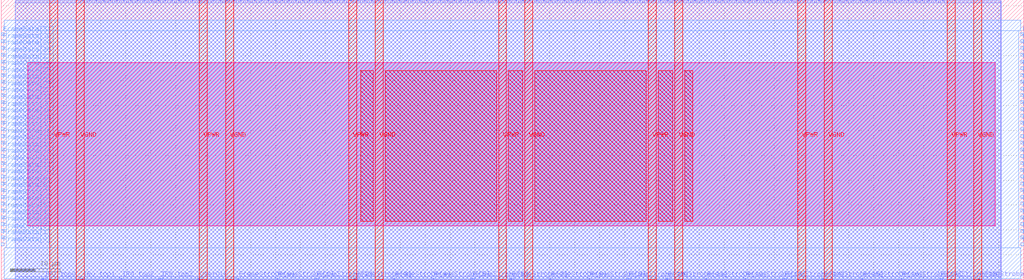
<source format=lef>
VERSION 5.7 ;
  NOWIREEXTENSIONATPIN ON ;
  DIVIDERCHAR "/" ;
  BUSBITCHARS "[]" ;
MACRO S_CPU_IRQ
  CLASS BLOCK ;
  FOREIGN S_CPU_IRQ ;
  ORIGIN 0.000 0.000 ;
  SIZE 205.000 BY 56.250 ;
  PIN Co
    DIRECTION OUTPUT ;
    USE SIGNAL ;
    PORT
      LAYER met2 ;
        RECT 87.950 55.970 88.230 56.250 ;
    END
  END Co
  PIN FrameData[0]
    DIRECTION INPUT ;
    USE SIGNAL ;
    ANTENNAGATEAREA 0.631200 ;
    ANTENNADIFFAREA 0.434700 ;
    PORT
      LAYER met3 ;
        RECT 0.000 6.840 0.600 7.440 ;
    END
  END FrameData[0]
  PIN FrameData[10]
    DIRECTION INPUT ;
    USE SIGNAL ;
    ANTENNAGATEAREA 0.213000 ;
    PORT
      LAYER met3 ;
        RECT 0.000 20.440 0.600 21.040 ;
    END
  END FrameData[10]
  PIN FrameData[11]
    DIRECTION INPUT ;
    USE SIGNAL ;
    ANTENNAGATEAREA 0.213000 ;
    PORT
      LAYER met3 ;
        RECT 0.000 21.800 0.600 22.400 ;
    END
  END FrameData[11]
  PIN FrameData[12]
    DIRECTION INPUT ;
    USE SIGNAL ;
    ANTENNAGATEAREA 0.631200 ;
    ANTENNADIFFAREA 0.434700 ;
    PORT
      LAYER met3 ;
        RECT 0.000 23.160 0.600 23.760 ;
    END
  END FrameData[12]
  PIN FrameData[13]
    DIRECTION INPUT ;
    USE SIGNAL ;
    ANTENNAGATEAREA 0.213000 ;
    PORT
      LAYER met3 ;
        RECT 0.000 24.520 0.600 25.120 ;
    END
  END FrameData[13]
  PIN FrameData[14]
    DIRECTION INPUT ;
    USE SIGNAL ;
    ANTENNAGATEAREA 0.631200 ;
    ANTENNADIFFAREA 0.434700 ;
    PORT
      LAYER met3 ;
        RECT 0.000 25.880 0.600 26.480 ;
    END
  END FrameData[14]
  PIN FrameData[15]
    DIRECTION INPUT ;
    USE SIGNAL ;
    ANTENNAGATEAREA 0.631200 ;
    ANTENNADIFFAREA 0.434700 ;
    PORT
      LAYER met3 ;
        RECT 0.000 27.240 0.600 27.840 ;
    END
  END FrameData[15]
  PIN FrameData[16]
    DIRECTION INPUT ;
    USE SIGNAL ;
    ANTENNAGATEAREA 0.213000 ;
    PORT
      LAYER met3 ;
        RECT 0.000 28.600 0.600 29.200 ;
    END
  END FrameData[16]
  PIN FrameData[17]
    DIRECTION INPUT ;
    USE SIGNAL ;
    ANTENNAGATEAREA 0.213000 ;
    PORT
      LAYER met3 ;
        RECT 0.000 29.960 0.600 30.560 ;
    END
  END FrameData[17]
  PIN FrameData[18]
    DIRECTION INPUT ;
    USE SIGNAL ;
    ANTENNAGATEAREA 0.213000 ;
    PORT
      LAYER met3 ;
        RECT 0.000 31.320 0.600 31.920 ;
    END
  END FrameData[18]
  PIN FrameData[19]
    DIRECTION INPUT ;
    USE SIGNAL ;
    ANTENNAGATEAREA 0.631200 ;
    ANTENNADIFFAREA 0.434700 ;
    PORT
      LAYER met3 ;
        RECT 0.000 32.680 0.600 33.280 ;
    END
  END FrameData[19]
  PIN FrameData[1]
    DIRECTION INPUT ;
    USE SIGNAL ;
    ANTENNAGATEAREA 0.213000 ;
    PORT
      LAYER met3 ;
        RECT 0.000 8.200 0.600 8.800 ;
    END
  END FrameData[1]
  PIN FrameData[20]
    DIRECTION INPUT ;
    USE SIGNAL ;
    ANTENNAGATEAREA 0.196500 ;
    PORT
      LAYER met3 ;
        RECT 0.000 34.040 0.600 34.640 ;
    END
  END FrameData[20]
  PIN FrameData[21]
    DIRECTION INPUT ;
    USE SIGNAL ;
    ANTENNAGATEAREA 0.196500 ;
    PORT
      LAYER met3 ;
        RECT 0.000 35.400 0.600 36.000 ;
    END
  END FrameData[21]
  PIN FrameData[22]
    DIRECTION INPUT ;
    USE SIGNAL ;
    ANTENNAGATEAREA 0.196500 ;
    PORT
      LAYER met3 ;
        RECT 0.000 36.760 0.600 37.360 ;
    END
  END FrameData[22]
  PIN FrameData[23]
    DIRECTION INPUT ;
    USE SIGNAL ;
    ANTENNAGATEAREA 0.196500 ;
    PORT
      LAYER met3 ;
        RECT 0.000 38.120 0.600 38.720 ;
    END
  END FrameData[23]
  PIN FrameData[24]
    DIRECTION INPUT ;
    USE SIGNAL ;
    ANTENNAGATEAREA 0.196500 ;
    PORT
      LAYER met3 ;
        RECT 0.000 39.480 0.600 40.080 ;
    END
  END FrameData[24]
  PIN FrameData[25]
    DIRECTION INPUT ;
    USE SIGNAL ;
    ANTENNAGATEAREA 0.196500 ;
    PORT
      LAYER met3 ;
        RECT 0.000 40.840 0.600 41.440 ;
    END
  END FrameData[25]
  PIN FrameData[26]
    DIRECTION INPUT ;
    USE SIGNAL ;
    ANTENNAGATEAREA 0.196500 ;
    PORT
      LAYER met3 ;
        RECT 0.000 42.200 0.600 42.800 ;
    END
  END FrameData[26]
  PIN FrameData[27]
    DIRECTION INPUT ;
    USE SIGNAL ;
    ANTENNAGATEAREA 0.196500 ;
    PORT
      LAYER met3 ;
        RECT 0.000 43.560 0.600 44.160 ;
    END
  END FrameData[27]
  PIN FrameData[28]
    DIRECTION INPUT ;
    USE SIGNAL ;
    ANTENNAGATEAREA 0.196500 ;
    PORT
      LAYER met3 ;
        RECT 0.000 44.920 0.600 45.520 ;
    END
  END FrameData[28]
  PIN FrameData[29]
    DIRECTION INPUT ;
    USE SIGNAL ;
    ANTENNAGATEAREA 0.196500 ;
    PORT
      LAYER met3 ;
        RECT 0.000 46.280 0.600 46.880 ;
    END
  END FrameData[29]
  PIN FrameData[2]
    DIRECTION INPUT ;
    USE SIGNAL ;
    ANTENNAGATEAREA 0.631200 ;
    ANTENNADIFFAREA 0.434700 ;
    PORT
      LAYER met3 ;
        RECT 0.000 9.560 0.600 10.160 ;
    END
  END FrameData[2]
  PIN FrameData[30]
    DIRECTION INPUT ;
    USE SIGNAL ;
    ANTENNAGATEAREA 0.196500 ;
    PORT
      LAYER met3 ;
        RECT 0.000 47.640 0.600 48.240 ;
    END
  END FrameData[30]
  PIN FrameData[31]
    DIRECTION INPUT ;
    USE SIGNAL ;
    ANTENNAGATEAREA 0.196500 ;
    PORT
      LAYER met3 ;
        RECT 0.000 49.000 0.600 49.600 ;
    END
  END FrameData[31]
  PIN FrameData[3]
    DIRECTION INPUT ;
    USE SIGNAL ;
    ANTENNAGATEAREA 0.631200 ;
    ANTENNADIFFAREA 0.434700 ;
    PORT
      LAYER met3 ;
        RECT 0.000 10.920 0.600 11.520 ;
    END
  END FrameData[3]
  PIN FrameData[4]
    DIRECTION INPUT ;
    USE SIGNAL ;
    ANTENNAGATEAREA 0.196500 ;
    PORT
      LAYER met3 ;
        RECT 0.000 12.280 0.600 12.880 ;
    END
  END FrameData[4]
  PIN FrameData[5]
    DIRECTION INPUT ;
    USE SIGNAL ;
    ANTENNAGATEAREA 0.213000 ;
    PORT
      LAYER met3 ;
        RECT 0.000 13.640 0.600 14.240 ;
    END
  END FrameData[5]
  PIN FrameData[6]
    DIRECTION INPUT ;
    USE SIGNAL ;
    ANTENNAGATEAREA 0.213000 ;
    PORT
      LAYER met3 ;
        RECT 0.000 15.000 0.600 15.600 ;
    END
  END FrameData[6]
  PIN FrameData[7]
    DIRECTION INPUT ;
    USE SIGNAL ;
    ANTENNAGATEAREA 0.213000 ;
    PORT
      LAYER met3 ;
        RECT 0.000 16.360 0.600 16.960 ;
    END
  END FrameData[7]
  PIN FrameData[8]
    DIRECTION INPUT ;
    USE SIGNAL ;
    ANTENNAGATEAREA 0.213000 ;
    PORT
      LAYER met3 ;
        RECT 0.000 17.720 0.600 18.320 ;
    END
  END FrameData[8]
  PIN FrameData[9]
    DIRECTION INPUT ;
    USE SIGNAL ;
    ANTENNAGATEAREA 0.213000 ;
    PORT
      LAYER met3 ;
        RECT 0.000 19.080 0.600 19.680 ;
    END
  END FrameData[9]
  PIN FrameData_O[0]
    DIRECTION OUTPUT ;
    USE SIGNAL ;
    ANTENNADIFFAREA 0.445500 ;
    PORT
      LAYER met3 ;
        RECT 204.400 6.840 205.000 7.440 ;
    END
  END FrameData_O[0]
  PIN FrameData_O[10]
    DIRECTION OUTPUT ;
    USE SIGNAL ;
    ANTENNADIFFAREA 0.445500 ;
    PORT
      LAYER met3 ;
        RECT 204.400 20.440 205.000 21.040 ;
    END
  END FrameData_O[10]
  PIN FrameData_O[11]
    DIRECTION OUTPUT ;
    USE SIGNAL ;
    ANTENNADIFFAREA 0.445500 ;
    PORT
      LAYER met3 ;
        RECT 204.400 21.800 205.000 22.400 ;
    END
  END FrameData_O[11]
  PIN FrameData_O[12]
    DIRECTION OUTPUT ;
    USE SIGNAL ;
    ANTENNADIFFAREA 0.445500 ;
    PORT
      LAYER met3 ;
        RECT 204.400 23.160 205.000 23.760 ;
    END
  END FrameData_O[12]
  PIN FrameData_O[13]
    DIRECTION OUTPUT ;
    USE SIGNAL ;
    ANTENNADIFFAREA 0.445500 ;
    PORT
      LAYER met3 ;
        RECT 204.400 24.520 205.000 25.120 ;
    END
  END FrameData_O[13]
  PIN FrameData_O[14]
    DIRECTION OUTPUT ;
    USE SIGNAL ;
    ANTENNADIFFAREA 0.445500 ;
    PORT
      LAYER met3 ;
        RECT 204.400 25.880 205.000 26.480 ;
    END
  END FrameData_O[14]
  PIN FrameData_O[15]
    DIRECTION OUTPUT ;
    USE SIGNAL ;
    ANTENNADIFFAREA 0.445500 ;
    PORT
      LAYER met3 ;
        RECT 204.400 27.240 205.000 27.840 ;
    END
  END FrameData_O[15]
  PIN FrameData_O[16]
    DIRECTION OUTPUT ;
    USE SIGNAL ;
    ANTENNADIFFAREA 0.445500 ;
    PORT
      LAYER met3 ;
        RECT 204.400 28.600 205.000 29.200 ;
    END
  END FrameData_O[16]
  PIN FrameData_O[17]
    DIRECTION OUTPUT ;
    USE SIGNAL ;
    ANTENNADIFFAREA 0.445500 ;
    PORT
      LAYER met3 ;
        RECT 204.400 29.960 205.000 30.560 ;
    END
  END FrameData_O[17]
  PIN FrameData_O[18]
    DIRECTION OUTPUT ;
    USE SIGNAL ;
    ANTENNADIFFAREA 0.445500 ;
    PORT
      LAYER met3 ;
        RECT 204.400 31.320 205.000 31.920 ;
    END
  END FrameData_O[18]
  PIN FrameData_O[19]
    DIRECTION OUTPUT ;
    USE SIGNAL ;
    ANTENNADIFFAREA 0.445500 ;
    PORT
      LAYER met3 ;
        RECT 204.400 32.680 205.000 33.280 ;
    END
  END FrameData_O[19]
  PIN FrameData_O[1]
    DIRECTION OUTPUT ;
    USE SIGNAL ;
    ANTENNADIFFAREA 0.445500 ;
    PORT
      LAYER met3 ;
        RECT 204.400 8.200 205.000 8.800 ;
    END
  END FrameData_O[1]
  PIN FrameData_O[20]
    DIRECTION OUTPUT ;
    USE SIGNAL ;
    ANTENNADIFFAREA 0.445500 ;
    PORT
      LAYER met3 ;
        RECT 204.400 34.040 205.000 34.640 ;
    END
  END FrameData_O[20]
  PIN FrameData_O[21]
    DIRECTION OUTPUT ;
    USE SIGNAL ;
    ANTENNADIFFAREA 0.445500 ;
    PORT
      LAYER met3 ;
        RECT 204.400 35.400 205.000 36.000 ;
    END
  END FrameData_O[21]
  PIN FrameData_O[22]
    DIRECTION OUTPUT ;
    USE SIGNAL ;
    ANTENNADIFFAREA 0.445500 ;
    PORT
      LAYER met3 ;
        RECT 204.400 36.760 205.000 37.360 ;
    END
  END FrameData_O[22]
  PIN FrameData_O[23]
    DIRECTION OUTPUT ;
    USE SIGNAL ;
    ANTENNADIFFAREA 0.445500 ;
    PORT
      LAYER met3 ;
        RECT 204.400 38.120 205.000 38.720 ;
    END
  END FrameData_O[23]
  PIN FrameData_O[24]
    DIRECTION OUTPUT ;
    USE SIGNAL ;
    ANTENNADIFFAREA 0.445500 ;
    PORT
      LAYER met3 ;
        RECT 204.400 39.480 205.000 40.080 ;
    END
  END FrameData_O[24]
  PIN FrameData_O[25]
    DIRECTION OUTPUT ;
    USE SIGNAL ;
    ANTENNADIFFAREA 0.445500 ;
    PORT
      LAYER met3 ;
        RECT 204.400 40.840 205.000 41.440 ;
    END
  END FrameData_O[25]
  PIN FrameData_O[26]
    DIRECTION OUTPUT ;
    USE SIGNAL ;
    ANTENNADIFFAREA 0.445500 ;
    PORT
      LAYER met3 ;
        RECT 204.400 42.200 205.000 42.800 ;
    END
  END FrameData_O[26]
  PIN FrameData_O[27]
    DIRECTION OUTPUT ;
    USE SIGNAL ;
    ANTENNADIFFAREA 0.445500 ;
    PORT
      LAYER met3 ;
        RECT 204.400 43.560 205.000 44.160 ;
    END
  END FrameData_O[27]
  PIN FrameData_O[28]
    DIRECTION OUTPUT ;
    USE SIGNAL ;
    ANTENNADIFFAREA 0.445500 ;
    PORT
      LAYER met3 ;
        RECT 204.400 44.920 205.000 45.520 ;
    END
  END FrameData_O[28]
  PIN FrameData_O[29]
    DIRECTION OUTPUT ;
    USE SIGNAL ;
    ANTENNADIFFAREA 0.445500 ;
    PORT
      LAYER met3 ;
        RECT 204.400 46.280 205.000 46.880 ;
    END
  END FrameData_O[29]
  PIN FrameData_O[2]
    DIRECTION OUTPUT ;
    USE SIGNAL ;
    ANTENNADIFFAREA 0.445500 ;
    PORT
      LAYER met3 ;
        RECT 204.400 9.560 205.000 10.160 ;
    END
  END FrameData_O[2]
  PIN FrameData_O[30]
    DIRECTION OUTPUT ;
    USE SIGNAL ;
    ANTENNADIFFAREA 0.445500 ;
    PORT
      LAYER met3 ;
        RECT 204.400 47.640 205.000 48.240 ;
    END
  END FrameData_O[30]
  PIN FrameData_O[31]
    DIRECTION OUTPUT ;
    USE SIGNAL ;
    ANTENNADIFFAREA 0.445500 ;
    PORT
      LAYER met3 ;
        RECT 204.400 49.000 205.000 49.600 ;
    END
  END FrameData_O[31]
  PIN FrameData_O[3]
    DIRECTION OUTPUT ;
    USE SIGNAL ;
    ANTENNADIFFAREA 0.445500 ;
    PORT
      LAYER met3 ;
        RECT 204.400 10.920 205.000 11.520 ;
    END
  END FrameData_O[3]
  PIN FrameData_O[4]
    DIRECTION OUTPUT ;
    USE SIGNAL ;
    ANTENNADIFFAREA 0.445500 ;
    PORT
      LAYER met3 ;
        RECT 204.400 12.280 205.000 12.880 ;
    END
  END FrameData_O[4]
  PIN FrameData_O[5]
    DIRECTION OUTPUT ;
    USE SIGNAL ;
    ANTENNADIFFAREA 0.445500 ;
    PORT
      LAYER met3 ;
        RECT 204.400 13.640 205.000 14.240 ;
    END
  END FrameData_O[5]
  PIN FrameData_O[6]
    DIRECTION OUTPUT ;
    USE SIGNAL ;
    ANTENNADIFFAREA 0.445500 ;
    PORT
      LAYER met3 ;
        RECT 204.400 15.000 205.000 15.600 ;
    END
  END FrameData_O[6]
  PIN FrameData_O[7]
    DIRECTION OUTPUT ;
    USE SIGNAL ;
    ANTENNADIFFAREA 0.445500 ;
    PORT
      LAYER met3 ;
        RECT 204.400 16.360 205.000 16.960 ;
    END
  END FrameData_O[7]
  PIN FrameData_O[8]
    DIRECTION OUTPUT ;
    USE SIGNAL ;
    ANTENNADIFFAREA 0.445500 ;
    PORT
      LAYER met3 ;
        RECT 204.400 17.720 205.000 18.320 ;
    END
  END FrameData_O[8]
  PIN FrameData_O[9]
    DIRECTION OUTPUT ;
    USE SIGNAL ;
    ANTENNADIFFAREA 0.445500 ;
    PORT
      LAYER met3 ;
        RECT 204.400 19.080 205.000 19.680 ;
    END
  END FrameData_O[9]
  PIN FrameStrobe[0]
    DIRECTION INPUT ;
    USE SIGNAL ;
    ANTENNAGATEAREA 0.126000 ;
    PORT
      LAYER met2 ;
        RECT 47.470 0.000 47.750 0.280 ;
    END
  END FrameStrobe[0]
  PIN FrameStrobe[10]
    DIRECTION INPUT ;
    USE SIGNAL ;
    ANTENNAGATEAREA 0.196500 ;
    PORT
      LAYER met2 ;
        RECT 125.670 0.000 125.950 0.280 ;
    END
  END FrameStrobe[10]
  PIN FrameStrobe[11]
    DIRECTION INPUT ;
    USE SIGNAL ;
    ANTENNAGATEAREA 0.196500 ;
    PORT
      LAYER met2 ;
        RECT 133.490 0.000 133.770 0.280 ;
    END
  END FrameStrobe[11]
  PIN FrameStrobe[12]
    DIRECTION INPUT ;
    USE SIGNAL ;
    ANTENNAGATEAREA 0.196500 ;
    PORT
      LAYER met2 ;
        RECT 141.310 0.000 141.590 0.280 ;
    END
  END FrameStrobe[12]
  PIN FrameStrobe[13]
    DIRECTION INPUT ;
    USE SIGNAL ;
    ANTENNAGATEAREA 0.196500 ;
    PORT
      LAYER met2 ;
        RECT 149.130 0.000 149.410 0.280 ;
    END
  END FrameStrobe[13]
  PIN FrameStrobe[14]
    DIRECTION INPUT ;
    USE SIGNAL ;
    ANTENNAGATEAREA 0.196500 ;
    PORT
      LAYER met2 ;
        RECT 156.950 0.000 157.230 0.280 ;
    END
  END FrameStrobe[14]
  PIN FrameStrobe[15]
    DIRECTION INPUT ;
    USE SIGNAL ;
    ANTENNAGATEAREA 0.196500 ;
    PORT
      LAYER met2 ;
        RECT 164.770 0.000 165.050 0.280 ;
    END
  END FrameStrobe[15]
  PIN FrameStrobe[16]
    DIRECTION INPUT ;
    USE SIGNAL ;
    ANTENNAGATEAREA 0.196500 ;
    PORT
      LAYER met2 ;
        RECT 172.590 0.000 172.870 0.280 ;
    END
  END FrameStrobe[16]
  PIN FrameStrobe[17]
    DIRECTION INPUT ;
    USE SIGNAL ;
    ANTENNAGATEAREA 0.196500 ;
    PORT
      LAYER met2 ;
        RECT 180.410 0.000 180.690 0.280 ;
    END
  END FrameStrobe[17]
  PIN FrameStrobe[18]
    DIRECTION INPUT ;
    USE SIGNAL ;
    ANTENNAGATEAREA 0.196500 ;
    PORT
      LAYER met2 ;
        RECT 188.230 0.000 188.510 0.280 ;
    END
  END FrameStrobe[18]
  PIN FrameStrobe[19]
    DIRECTION INPUT ;
    USE SIGNAL ;
    ANTENNAGATEAREA 0.196500 ;
    PORT
      LAYER met2 ;
        RECT 196.050 0.000 196.330 0.280 ;
    END
  END FrameStrobe[19]
  PIN FrameStrobe[1]
    DIRECTION INPUT ;
    USE SIGNAL ;
    ANTENNAGATEAREA 0.631200 ;
    ANTENNADIFFAREA 0.434700 ;
    PORT
      LAYER met2 ;
        RECT 55.290 0.000 55.570 0.280 ;
    END
  END FrameStrobe[1]
  PIN FrameStrobe[2]
    DIRECTION INPUT ;
    USE SIGNAL ;
    ANTENNAGATEAREA 0.631200 ;
    ANTENNADIFFAREA 0.434700 ;
    PORT
      LAYER met2 ;
        RECT 63.110 0.000 63.390 0.280 ;
    END
  END FrameStrobe[2]
  PIN FrameStrobe[3]
    DIRECTION INPUT ;
    USE SIGNAL ;
    ANTENNAGATEAREA 0.631200 ;
    ANTENNADIFFAREA 0.434700 ;
    PORT
      LAYER met2 ;
        RECT 70.930 0.000 71.210 0.280 ;
    END
  END FrameStrobe[3]
  PIN FrameStrobe[4]
    DIRECTION INPUT ;
    USE SIGNAL ;
    ANTENNAGATEAREA 0.631200 ;
    ANTENNADIFFAREA 0.434700 ;
    PORT
      LAYER met2 ;
        RECT 78.750 0.000 79.030 0.280 ;
    END
  END FrameStrobe[4]
  PIN FrameStrobe[5]
    DIRECTION INPUT ;
    USE SIGNAL ;
    ANTENNAGATEAREA 0.196500 ;
    PORT
      LAYER met2 ;
        RECT 86.570 0.000 86.850 0.280 ;
    END
  END FrameStrobe[5]
  PIN FrameStrobe[6]
    DIRECTION INPUT ;
    USE SIGNAL ;
    ANTENNAGATEAREA 0.196500 ;
    PORT
      LAYER met2 ;
        RECT 94.390 0.000 94.670 0.280 ;
    END
  END FrameStrobe[6]
  PIN FrameStrobe[7]
    DIRECTION INPUT ;
    USE SIGNAL ;
    ANTENNAGATEAREA 0.196500 ;
    PORT
      LAYER met2 ;
        RECT 102.210 0.000 102.490 0.280 ;
    END
  END FrameStrobe[7]
  PIN FrameStrobe[8]
    DIRECTION INPUT ;
    USE SIGNAL ;
    ANTENNAGATEAREA 0.631200 ;
    ANTENNADIFFAREA 0.434700 ;
    PORT
      LAYER met2 ;
        RECT 110.030 0.000 110.310 0.280 ;
    END
  END FrameStrobe[8]
  PIN FrameStrobe[9]
    DIRECTION INPUT ;
    USE SIGNAL ;
    ANTENNAGATEAREA 0.196500 ;
    PORT
      LAYER met2 ;
        RECT 117.850 0.000 118.130 0.280 ;
    END
  END FrameStrobe[9]
  PIN FrameStrobe_O[0]
    DIRECTION OUTPUT ;
    USE SIGNAL ;
    ANTENNADIFFAREA 0.445500 ;
    PORT
      LAYER met2 ;
        RECT 162.470 55.970 162.750 56.250 ;
    END
  END FrameStrobe_O[0]
  PIN FrameStrobe_O[10]
    DIRECTION OUTPUT ;
    USE SIGNAL ;
    ANTENNADIFFAREA 0.445500 ;
    PORT
      LAYER met2 ;
        RECT 176.270 55.970 176.550 56.250 ;
    END
  END FrameStrobe_O[10]
  PIN FrameStrobe_O[11]
    DIRECTION OUTPUT ;
    USE SIGNAL ;
    ANTENNADIFFAREA 0.445500 ;
    PORT
      LAYER met2 ;
        RECT 177.650 55.970 177.930 56.250 ;
    END
  END FrameStrobe_O[11]
  PIN FrameStrobe_O[12]
    DIRECTION OUTPUT ;
    USE SIGNAL ;
    ANTENNADIFFAREA 0.445500 ;
    PORT
      LAYER met2 ;
        RECT 179.030 55.970 179.310 56.250 ;
    END
  END FrameStrobe_O[12]
  PIN FrameStrobe_O[13]
    DIRECTION OUTPUT ;
    USE SIGNAL ;
    ANTENNADIFFAREA 0.445500 ;
    PORT
      LAYER met2 ;
        RECT 180.410 55.970 180.690 56.250 ;
    END
  END FrameStrobe_O[13]
  PIN FrameStrobe_O[14]
    DIRECTION OUTPUT ;
    USE SIGNAL ;
    ANTENNADIFFAREA 0.445500 ;
    PORT
      LAYER met2 ;
        RECT 181.790 55.970 182.070 56.250 ;
    END
  END FrameStrobe_O[14]
  PIN FrameStrobe_O[15]
    DIRECTION OUTPUT ;
    USE SIGNAL ;
    ANTENNADIFFAREA 0.445500 ;
    PORT
      LAYER met2 ;
        RECT 183.170 55.970 183.450 56.250 ;
    END
  END FrameStrobe_O[15]
  PIN FrameStrobe_O[16]
    DIRECTION OUTPUT ;
    USE SIGNAL ;
    ANTENNADIFFAREA 0.445500 ;
    PORT
      LAYER met2 ;
        RECT 184.550 55.970 184.830 56.250 ;
    END
  END FrameStrobe_O[16]
  PIN FrameStrobe_O[17]
    DIRECTION OUTPUT ;
    USE SIGNAL ;
    ANTENNADIFFAREA 0.445500 ;
    PORT
      LAYER met2 ;
        RECT 185.930 55.970 186.210 56.250 ;
    END
  END FrameStrobe_O[17]
  PIN FrameStrobe_O[18]
    DIRECTION OUTPUT ;
    USE SIGNAL ;
    ANTENNADIFFAREA 0.445500 ;
    PORT
      LAYER met2 ;
        RECT 187.310 55.970 187.590 56.250 ;
    END
  END FrameStrobe_O[18]
  PIN FrameStrobe_O[19]
    DIRECTION OUTPUT ;
    USE SIGNAL ;
    ANTENNADIFFAREA 0.445500 ;
    PORT
      LAYER met2 ;
        RECT 188.690 55.970 188.970 56.250 ;
    END
  END FrameStrobe_O[19]
  PIN FrameStrobe_O[1]
    DIRECTION OUTPUT ;
    USE SIGNAL ;
    ANTENNADIFFAREA 0.445500 ;
    PORT
      LAYER met2 ;
        RECT 163.850 55.970 164.130 56.250 ;
    END
  END FrameStrobe_O[1]
  PIN FrameStrobe_O[2]
    DIRECTION OUTPUT ;
    USE SIGNAL ;
    ANTENNADIFFAREA 0.445500 ;
    PORT
      LAYER met2 ;
        RECT 165.230 55.970 165.510 56.250 ;
    END
  END FrameStrobe_O[2]
  PIN FrameStrobe_O[3]
    DIRECTION OUTPUT ;
    USE SIGNAL ;
    ANTENNADIFFAREA 0.445500 ;
    PORT
      LAYER met2 ;
        RECT 166.610 55.970 166.890 56.250 ;
    END
  END FrameStrobe_O[3]
  PIN FrameStrobe_O[4]
    DIRECTION OUTPUT ;
    USE SIGNAL ;
    ANTENNADIFFAREA 0.445500 ;
    PORT
      LAYER met2 ;
        RECT 167.990 55.970 168.270 56.250 ;
    END
  END FrameStrobe_O[4]
  PIN FrameStrobe_O[5]
    DIRECTION OUTPUT ;
    USE SIGNAL ;
    ANTENNADIFFAREA 0.445500 ;
    PORT
      LAYER met2 ;
        RECT 169.370 55.970 169.650 56.250 ;
    END
  END FrameStrobe_O[5]
  PIN FrameStrobe_O[6]
    DIRECTION OUTPUT ;
    USE SIGNAL ;
    ANTENNADIFFAREA 0.445500 ;
    PORT
      LAYER met2 ;
        RECT 170.750 55.970 171.030 56.250 ;
    END
  END FrameStrobe_O[6]
  PIN FrameStrobe_O[7]
    DIRECTION OUTPUT ;
    USE SIGNAL ;
    ANTENNADIFFAREA 0.445500 ;
    PORT
      LAYER met2 ;
        RECT 172.130 55.970 172.410 56.250 ;
    END
  END FrameStrobe_O[7]
  PIN FrameStrobe_O[8]
    DIRECTION OUTPUT ;
    USE SIGNAL ;
    ANTENNADIFFAREA 0.445500 ;
    PORT
      LAYER met2 ;
        RECT 173.510 55.970 173.790 56.250 ;
    END
  END FrameStrobe_O[8]
  PIN FrameStrobe_O[9]
    DIRECTION OUTPUT ;
    USE SIGNAL ;
    ANTENNADIFFAREA 0.445500 ;
    PORT
      LAYER met2 ;
        RECT 174.890 55.970 175.170 56.250 ;
    END
  END FrameStrobe_O[9]
  PIN IRQ_top0
    DIRECTION OUTPUT ;
    USE SIGNAL ;
    ANTENNADIFFAREA 0.445500 ;
    PORT
      LAYER met2 ;
        RECT 8.370 0.000 8.650 0.280 ;
    END
  END IRQ_top0
  PIN IRQ_top1
    DIRECTION OUTPUT ;
    USE SIGNAL ;
    ANTENNADIFFAREA 0.445500 ;
    PORT
      LAYER met2 ;
        RECT 16.190 0.000 16.470 0.280 ;
    END
  END IRQ_top1
  PIN IRQ_top2
    DIRECTION OUTPUT ;
    USE SIGNAL ;
    ANTENNADIFFAREA 0.445500 ;
    PORT
      LAYER met2 ;
        RECT 24.010 0.000 24.290 0.280 ;
    END
  END IRQ_top2
  PIN IRQ_top3
    DIRECTION OUTPUT ;
    USE SIGNAL ;
    ANTENNADIFFAREA 0.445500 ;
    PORT
      LAYER met2 ;
        RECT 31.830 0.000 32.110 0.280 ;
    END
  END IRQ_top3
  PIN N1BEG[0]
    DIRECTION OUTPUT ;
    USE SIGNAL ;
    ANTENNADIFFAREA 0.445500 ;
    PORT
      LAYER met2 ;
        RECT 16.190 55.970 16.470 56.250 ;
    END
  END N1BEG[0]
  PIN N1BEG[1]
    DIRECTION OUTPUT ;
    USE SIGNAL ;
    ANTENNADIFFAREA 0.445500 ;
    PORT
      LAYER met2 ;
        RECT 17.570 55.970 17.850 56.250 ;
    END
  END N1BEG[1]
  PIN N1BEG[2]
    DIRECTION OUTPUT ;
    USE SIGNAL ;
    ANTENNADIFFAREA 0.445500 ;
    PORT
      LAYER met2 ;
        RECT 18.950 55.970 19.230 56.250 ;
    END
  END N1BEG[2]
  PIN N1BEG[3]
    DIRECTION OUTPUT ;
    USE SIGNAL ;
    ANTENNADIFFAREA 0.445500 ;
    PORT
      LAYER met2 ;
        RECT 20.330 55.970 20.610 56.250 ;
    END
  END N1BEG[3]
  PIN N2BEG[0]
    DIRECTION OUTPUT ;
    USE SIGNAL ;
    ANTENNADIFFAREA 0.445500 ;
    PORT
      LAYER met2 ;
        RECT 21.710 55.970 21.990 56.250 ;
    END
  END N2BEG[0]
  PIN N2BEG[1]
    DIRECTION OUTPUT ;
    USE SIGNAL ;
    ANTENNADIFFAREA 0.445500 ;
    PORT
      LAYER met2 ;
        RECT 23.090 55.970 23.370 56.250 ;
    END
  END N2BEG[1]
  PIN N2BEG[2]
    DIRECTION OUTPUT ;
    USE SIGNAL ;
    ANTENNADIFFAREA 0.445500 ;
    PORT
      LAYER met2 ;
        RECT 24.470 55.970 24.750 56.250 ;
    END
  END N2BEG[2]
  PIN N2BEG[3]
    DIRECTION OUTPUT ;
    USE SIGNAL ;
    ANTENNADIFFAREA 0.445500 ;
    PORT
      LAYER met2 ;
        RECT 25.850 55.970 26.130 56.250 ;
    END
  END N2BEG[3]
  PIN N2BEG[4]
    DIRECTION OUTPUT ;
    USE SIGNAL ;
    ANTENNADIFFAREA 0.445500 ;
    PORT
      LAYER met2 ;
        RECT 27.230 55.970 27.510 56.250 ;
    END
  END N2BEG[4]
  PIN N2BEG[5]
    DIRECTION OUTPUT ;
    USE SIGNAL ;
    ANTENNADIFFAREA 0.445500 ;
    PORT
      LAYER met2 ;
        RECT 28.610 55.970 28.890 56.250 ;
    END
  END N2BEG[5]
  PIN N2BEG[6]
    DIRECTION OUTPUT ;
    USE SIGNAL ;
    ANTENNADIFFAREA 0.445500 ;
    PORT
      LAYER met2 ;
        RECT 29.990 55.970 30.270 56.250 ;
    END
  END N2BEG[6]
  PIN N2BEG[7]
    DIRECTION OUTPUT ;
    USE SIGNAL ;
    ANTENNADIFFAREA 0.445500 ;
    PORT
      LAYER met2 ;
        RECT 31.370 55.970 31.650 56.250 ;
    END
  END N2BEG[7]
  PIN N2BEGb[0]
    DIRECTION OUTPUT ;
    USE SIGNAL ;
    ANTENNADIFFAREA 0.445500 ;
    PORT
      LAYER met2 ;
        RECT 32.750 55.970 33.030 56.250 ;
    END
  END N2BEGb[0]
  PIN N2BEGb[1]
    DIRECTION OUTPUT ;
    USE SIGNAL ;
    ANTENNADIFFAREA 0.445500 ;
    PORT
      LAYER met2 ;
        RECT 34.130 55.970 34.410 56.250 ;
    END
  END N2BEGb[1]
  PIN N2BEGb[2]
    DIRECTION OUTPUT ;
    USE SIGNAL ;
    ANTENNADIFFAREA 0.445500 ;
    PORT
      LAYER met2 ;
        RECT 35.510 55.970 35.790 56.250 ;
    END
  END N2BEGb[2]
  PIN N2BEGb[3]
    DIRECTION OUTPUT ;
    USE SIGNAL ;
    ANTENNADIFFAREA 0.445500 ;
    PORT
      LAYER met2 ;
        RECT 36.890 55.970 37.170 56.250 ;
    END
  END N2BEGb[3]
  PIN N2BEGb[4]
    DIRECTION OUTPUT ;
    USE SIGNAL ;
    ANTENNADIFFAREA 0.445500 ;
    PORT
      LAYER met2 ;
        RECT 38.270 55.970 38.550 56.250 ;
    END
  END N2BEGb[4]
  PIN N2BEGb[5]
    DIRECTION OUTPUT ;
    USE SIGNAL ;
    ANTENNADIFFAREA 0.445500 ;
    PORT
      LAYER met2 ;
        RECT 39.650 55.970 39.930 56.250 ;
    END
  END N2BEGb[5]
  PIN N2BEGb[6]
    DIRECTION OUTPUT ;
    USE SIGNAL ;
    ANTENNADIFFAREA 0.445500 ;
    PORT
      LAYER met2 ;
        RECT 41.030 55.970 41.310 56.250 ;
    END
  END N2BEGb[6]
  PIN N2BEGb[7]
    DIRECTION OUTPUT ;
    USE SIGNAL ;
    ANTENNADIFFAREA 0.445500 ;
    PORT
      LAYER met2 ;
        RECT 42.410 55.970 42.690 56.250 ;
    END
  END N2BEGb[7]
  PIN N4BEG[0]
    DIRECTION OUTPUT ;
    USE SIGNAL ;
    ANTENNADIFFAREA 0.445500 ;
    PORT
      LAYER met2 ;
        RECT 43.790 55.970 44.070 56.250 ;
    END
  END N4BEG[0]
  PIN N4BEG[10]
    DIRECTION OUTPUT ;
    USE SIGNAL ;
    ANTENNADIFFAREA 0.445500 ;
    PORT
      LAYER met2 ;
        RECT 57.590 55.970 57.870 56.250 ;
    END
  END N4BEG[10]
  PIN N4BEG[11]
    DIRECTION OUTPUT ;
    USE SIGNAL ;
    ANTENNADIFFAREA 0.445500 ;
    PORT
      LAYER met2 ;
        RECT 58.970 55.970 59.250 56.250 ;
    END
  END N4BEG[11]
  PIN N4BEG[12]
    DIRECTION OUTPUT ;
    USE SIGNAL ;
    ANTENNADIFFAREA 0.445500 ;
    PORT
      LAYER met2 ;
        RECT 60.350 55.970 60.630 56.250 ;
    END
  END N4BEG[12]
  PIN N4BEG[13]
    DIRECTION OUTPUT ;
    USE SIGNAL ;
    ANTENNADIFFAREA 0.445500 ;
    PORT
      LAYER met2 ;
        RECT 61.730 55.970 62.010 56.250 ;
    END
  END N4BEG[13]
  PIN N4BEG[14]
    DIRECTION OUTPUT ;
    USE SIGNAL ;
    ANTENNADIFFAREA 0.445500 ;
    PORT
      LAYER met2 ;
        RECT 63.110 55.970 63.390 56.250 ;
    END
  END N4BEG[14]
  PIN N4BEG[15]
    DIRECTION OUTPUT ;
    USE SIGNAL ;
    ANTENNADIFFAREA 0.445500 ;
    PORT
      LAYER met2 ;
        RECT 64.490 55.970 64.770 56.250 ;
    END
  END N4BEG[15]
  PIN N4BEG[1]
    DIRECTION OUTPUT ;
    USE SIGNAL ;
    ANTENNADIFFAREA 0.445500 ;
    PORT
      LAYER met2 ;
        RECT 45.170 55.970 45.450 56.250 ;
    END
  END N4BEG[1]
  PIN N4BEG[2]
    DIRECTION OUTPUT ;
    USE SIGNAL ;
    ANTENNADIFFAREA 0.445500 ;
    PORT
      LAYER met2 ;
        RECT 46.550 55.970 46.830 56.250 ;
    END
  END N4BEG[2]
  PIN N4BEG[3]
    DIRECTION OUTPUT ;
    USE SIGNAL ;
    ANTENNADIFFAREA 0.445500 ;
    PORT
      LAYER met2 ;
        RECT 47.930 55.970 48.210 56.250 ;
    END
  END N4BEG[3]
  PIN N4BEG[4]
    DIRECTION OUTPUT ;
    USE SIGNAL ;
    ANTENNADIFFAREA 0.445500 ;
    PORT
      LAYER met2 ;
        RECT 49.310 55.970 49.590 56.250 ;
    END
  END N4BEG[4]
  PIN N4BEG[5]
    DIRECTION OUTPUT ;
    USE SIGNAL ;
    ANTENNADIFFAREA 0.445500 ;
    PORT
      LAYER met2 ;
        RECT 50.690 55.970 50.970 56.250 ;
    END
  END N4BEG[5]
  PIN N4BEG[6]
    DIRECTION OUTPUT ;
    USE SIGNAL ;
    ANTENNADIFFAREA 0.445500 ;
    PORT
      LAYER met2 ;
        RECT 52.070 55.970 52.350 56.250 ;
    END
  END N4BEG[6]
  PIN N4BEG[7]
    DIRECTION OUTPUT ;
    USE SIGNAL ;
    ANTENNADIFFAREA 0.445500 ;
    PORT
      LAYER met2 ;
        RECT 53.450 55.970 53.730 56.250 ;
    END
  END N4BEG[7]
  PIN N4BEG[8]
    DIRECTION OUTPUT ;
    USE SIGNAL ;
    ANTENNADIFFAREA 0.445500 ;
    PORT
      LAYER met2 ;
        RECT 54.830 55.970 55.110 56.250 ;
    END
  END N4BEG[8]
  PIN N4BEG[9]
    DIRECTION OUTPUT ;
    USE SIGNAL ;
    ANTENNADIFFAREA 0.445500 ;
    PORT
      LAYER met2 ;
        RECT 56.210 55.970 56.490 56.250 ;
    END
  END N4BEG[9]
  PIN NN4BEG[0]
    DIRECTION OUTPUT ;
    USE SIGNAL ;
    ANTENNADIFFAREA 0.445500 ;
    PORT
      LAYER met2 ;
        RECT 65.870 55.970 66.150 56.250 ;
    END
  END NN4BEG[0]
  PIN NN4BEG[10]
    DIRECTION OUTPUT ;
    USE SIGNAL ;
    ANTENNADIFFAREA 0.445500 ;
    PORT
      LAYER met2 ;
        RECT 79.670 55.970 79.950 56.250 ;
    END
  END NN4BEG[10]
  PIN NN4BEG[11]
    DIRECTION OUTPUT ;
    USE SIGNAL ;
    ANTENNADIFFAREA 0.445500 ;
    PORT
      LAYER met2 ;
        RECT 81.050 55.970 81.330 56.250 ;
    END
  END NN4BEG[11]
  PIN NN4BEG[12]
    DIRECTION OUTPUT ;
    USE SIGNAL ;
    ANTENNADIFFAREA 0.445500 ;
    PORT
      LAYER met2 ;
        RECT 82.430 55.970 82.710 56.250 ;
    END
  END NN4BEG[12]
  PIN NN4BEG[13]
    DIRECTION OUTPUT ;
    USE SIGNAL ;
    ANTENNADIFFAREA 0.445500 ;
    PORT
      LAYER met2 ;
        RECT 83.810 55.970 84.090 56.250 ;
    END
  END NN4BEG[13]
  PIN NN4BEG[14]
    DIRECTION OUTPUT ;
    USE SIGNAL ;
    ANTENNADIFFAREA 0.445500 ;
    PORT
      LAYER met2 ;
        RECT 85.190 55.970 85.470 56.250 ;
    END
  END NN4BEG[14]
  PIN NN4BEG[15]
    DIRECTION OUTPUT ;
    USE SIGNAL ;
    ANTENNADIFFAREA 0.445500 ;
    PORT
      LAYER met2 ;
        RECT 86.570 55.970 86.850 56.250 ;
    END
  END NN4BEG[15]
  PIN NN4BEG[1]
    DIRECTION OUTPUT ;
    USE SIGNAL ;
    ANTENNADIFFAREA 0.445500 ;
    PORT
      LAYER met2 ;
        RECT 67.250 55.970 67.530 56.250 ;
    END
  END NN4BEG[1]
  PIN NN4BEG[2]
    DIRECTION OUTPUT ;
    USE SIGNAL ;
    ANTENNADIFFAREA 0.445500 ;
    PORT
      LAYER met2 ;
        RECT 68.630 55.970 68.910 56.250 ;
    END
  END NN4BEG[2]
  PIN NN4BEG[3]
    DIRECTION OUTPUT ;
    USE SIGNAL ;
    ANTENNADIFFAREA 0.445500 ;
    PORT
      LAYER met2 ;
        RECT 70.010 55.970 70.290 56.250 ;
    END
  END NN4BEG[3]
  PIN NN4BEG[4]
    DIRECTION OUTPUT ;
    USE SIGNAL ;
    ANTENNADIFFAREA 0.445500 ;
    PORT
      LAYER met2 ;
        RECT 71.390 55.970 71.670 56.250 ;
    END
  END NN4BEG[4]
  PIN NN4BEG[5]
    DIRECTION OUTPUT ;
    USE SIGNAL ;
    ANTENNADIFFAREA 0.445500 ;
    PORT
      LAYER met2 ;
        RECT 72.770 55.970 73.050 56.250 ;
    END
  END NN4BEG[5]
  PIN NN4BEG[6]
    DIRECTION OUTPUT ;
    USE SIGNAL ;
    ANTENNADIFFAREA 0.445500 ;
    PORT
      LAYER met2 ;
        RECT 74.150 55.970 74.430 56.250 ;
    END
  END NN4BEG[6]
  PIN NN4BEG[7]
    DIRECTION OUTPUT ;
    USE SIGNAL ;
    ANTENNADIFFAREA 0.445500 ;
    PORT
      LAYER met2 ;
        RECT 75.530 55.970 75.810 56.250 ;
    END
  END NN4BEG[7]
  PIN NN4BEG[8]
    DIRECTION OUTPUT ;
    USE SIGNAL ;
    ANTENNADIFFAREA 0.445500 ;
    PORT
      LAYER met2 ;
        RECT 76.910 55.970 77.190 56.250 ;
    END
  END NN4BEG[8]
  PIN NN4BEG[9]
    DIRECTION OUTPUT ;
    USE SIGNAL ;
    ANTENNADIFFAREA 0.445500 ;
    PORT
      LAYER met2 ;
        RECT 78.290 55.970 78.570 56.250 ;
    END
  END NN4BEG[9]
  PIN S1END[0]
    DIRECTION INPUT ;
    USE SIGNAL ;
    ANTENNAGATEAREA 0.196500 ;
    PORT
      LAYER met2 ;
        RECT 89.330 55.970 89.610 56.250 ;
    END
  END S1END[0]
  PIN S1END[1]
    DIRECTION INPUT ;
    USE SIGNAL ;
    ANTENNAGATEAREA 0.196500 ;
    PORT
      LAYER met2 ;
        RECT 90.710 55.970 90.990 56.250 ;
    END
  END S1END[1]
  PIN S1END[2]
    DIRECTION INPUT ;
    USE SIGNAL ;
    ANTENNAGATEAREA 0.196500 ;
    PORT
      LAYER met2 ;
        RECT 92.090 55.970 92.370 56.250 ;
    END
  END S1END[2]
  PIN S1END[3]
    DIRECTION INPUT ;
    USE SIGNAL ;
    ANTENNAGATEAREA 0.196500 ;
    PORT
      LAYER met2 ;
        RECT 93.470 55.970 93.750 56.250 ;
    END
  END S1END[3]
  PIN S2END[0]
    DIRECTION INPUT ;
    USE SIGNAL ;
    ANTENNAGATEAREA 0.196500 ;
    PORT
      LAYER met2 ;
        RECT 105.890 55.970 106.170 56.250 ;
    END
  END S2END[0]
  PIN S2END[1]
    DIRECTION INPUT ;
    USE SIGNAL ;
    ANTENNAGATEAREA 0.196500 ;
    PORT
      LAYER met2 ;
        RECT 107.270 55.970 107.550 56.250 ;
    END
  END S2END[1]
  PIN S2END[2]
    DIRECTION INPUT ;
    USE SIGNAL ;
    ANTENNAGATEAREA 0.196500 ;
    PORT
      LAYER met2 ;
        RECT 108.650 55.970 108.930 56.250 ;
    END
  END S2END[2]
  PIN S2END[3]
    DIRECTION INPUT ;
    USE SIGNAL ;
    ANTENNAGATEAREA 0.196500 ;
    PORT
      LAYER met2 ;
        RECT 110.030 55.970 110.310 56.250 ;
    END
  END S2END[3]
  PIN S2END[4]
    DIRECTION INPUT ;
    USE SIGNAL ;
    ANTENNAGATEAREA 0.196500 ;
    PORT
      LAYER met2 ;
        RECT 111.410 55.970 111.690 56.250 ;
    END
  END S2END[4]
  PIN S2END[5]
    DIRECTION INPUT ;
    USE SIGNAL ;
    ANTENNAGATEAREA 0.196500 ;
    PORT
      LAYER met2 ;
        RECT 112.790 55.970 113.070 56.250 ;
    END
  END S2END[5]
  PIN S2END[6]
    DIRECTION INPUT ;
    USE SIGNAL ;
    ANTENNAGATEAREA 0.196500 ;
    PORT
      LAYER met2 ;
        RECT 114.170 55.970 114.450 56.250 ;
    END
  END S2END[6]
  PIN S2END[7]
    DIRECTION INPUT ;
    USE SIGNAL ;
    ANTENNAGATEAREA 0.196500 ;
    PORT
      LAYER met2 ;
        RECT 115.550 55.970 115.830 56.250 ;
    END
  END S2END[7]
  PIN S2MID[0]
    DIRECTION INPUT ;
    USE SIGNAL ;
    ANTENNAGATEAREA 0.196500 ;
    PORT
      LAYER met2 ;
        RECT 94.850 55.970 95.130 56.250 ;
    END
  END S2MID[0]
  PIN S2MID[1]
    DIRECTION INPUT ;
    USE SIGNAL ;
    ANTENNAGATEAREA 0.196500 ;
    PORT
      LAYER met2 ;
        RECT 96.230 55.970 96.510 56.250 ;
    END
  END S2MID[1]
  PIN S2MID[2]
    DIRECTION INPUT ;
    USE SIGNAL ;
    ANTENNAGATEAREA 0.196500 ;
    PORT
      LAYER met2 ;
        RECT 97.610 55.970 97.890 56.250 ;
    END
  END S2MID[2]
  PIN S2MID[3]
    DIRECTION INPUT ;
    USE SIGNAL ;
    ANTENNAGATEAREA 0.196500 ;
    PORT
      LAYER met2 ;
        RECT 98.990 55.970 99.270 56.250 ;
    END
  END S2MID[3]
  PIN S2MID[4]
    DIRECTION INPUT ;
    USE SIGNAL ;
    ANTENNAGATEAREA 0.631200 ;
    ANTENNADIFFAREA 0.434700 ;
    PORT
      LAYER met2 ;
        RECT 100.370 55.970 100.650 56.250 ;
    END
  END S2MID[4]
  PIN S2MID[5]
    DIRECTION INPUT ;
    USE SIGNAL ;
    ANTENNAGATEAREA 0.196500 ;
    PORT
      LAYER met2 ;
        RECT 101.750 55.970 102.030 56.250 ;
    END
  END S2MID[5]
  PIN S2MID[6]
    DIRECTION INPUT ;
    USE SIGNAL ;
    ANTENNAGATEAREA 0.196500 ;
    PORT
      LAYER met2 ;
        RECT 103.130 55.970 103.410 56.250 ;
    END
  END S2MID[6]
  PIN S2MID[7]
    DIRECTION INPUT ;
    USE SIGNAL ;
    ANTENNAGATEAREA 0.196500 ;
    PORT
      LAYER met2 ;
        RECT 104.510 55.970 104.790 56.250 ;
    END
  END S2MID[7]
  PIN S4END[0]
    DIRECTION INPUT ;
    USE SIGNAL ;
    ANTENNAGATEAREA 0.196500 ;
    PORT
      LAYER met2 ;
        RECT 116.930 55.970 117.210 56.250 ;
    END
  END S4END[0]
  PIN S4END[10]
    DIRECTION INPUT ;
    USE SIGNAL ;
    ANTENNAGATEAREA 0.196500 ;
    PORT
      LAYER met2 ;
        RECT 130.730 55.970 131.010 56.250 ;
    END
  END S4END[10]
  PIN S4END[11]
    DIRECTION INPUT ;
    USE SIGNAL ;
    ANTENNAGATEAREA 0.196500 ;
    PORT
      LAYER met2 ;
        RECT 132.110 55.970 132.390 56.250 ;
    END
  END S4END[11]
  PIN S4END[12]
    DIRECTION INPUT ;
    USE SIGNAL ;
    ANTENNAGATEAREA 0.196500 ;
    PORT
      LAYER met2 ;
        RECT 133.490 55.970 133.770 56.250 ;
    END
  END S4END[12]
  PIN S4END[13]
    DIRECTION INPUT ;
    USE SIGNAL ;
    ANTENNAGATEAREA 0.196500 ;
    PORT
      LAYER met2 ;
        RECT 134.870 55.970 135.150 56.250 ;
    END
  END S4END[13]
  PIN S4END[14]
    DIRECTION INPUT ;
    USE SIGNAL ;
    ANTENNAGATEAREA 0.196500 ;
    PORT
      LAYER met2 ;
        RECT 136.250 55.970 136.530 56.250 ;
    END
  END S4END[14]
  PIN S4END[15]
    DIRECTION INPUT ;
    USE SIGNAL ;
    ANTENNAGATEAREA 0.196500 ;
    PORT
      LAYER met2 ;
        RECT 137.630 55.970 137.910 56.250 ;
    END
  END S4END[15]
  PIN S4END[1]
    DIRECTION INPUT ;
    USE SIGNAL ;
    ANTENNAGATEAREA 0.196500 ;
    PORT
      LAYER met2 ;
        RECT 118.310 55.970 118.590 56.250 ;
    END
  END S4END[1]
  PIN S4END[2]
    DIRECTION INPUT ;
    USE SIGNAL ;
    ANTENNAGATEAREA 0.196500 ;
    PORT
      LAYER met2 ;
        RECT 119.690 55.970 119.970 56.250 ;
    END
  END S4END[2]
  PIN S4END[3]
    DIRECTION INPUT ;
    USE SIGNAL ;
    ANTENNAGATEAREA 0.196500 ;
    PORT
      LAYER met2 ;
        RECT 121.070 55.970 121.350 56.250 ;
    END
  END S4END[3]
  PIN S4END[4]
    DIRECTION INPUT ;
    USE SIGNAL ;
    ANTENNAGATEAREA 0.196500 ;
    PORT
      LAYER met2 ;
        RECT 122.450 55.970 122.730 56.250 ;
    END
  END S4END[4]
  PIN S4END[5]
    DIRECTION INPUT ;
    USE SIGNAL ;
    ANTENNAGATEAREA 0.196500 ;
    PORT
      LAYER met2 ;
        RECT 123.830 55.970 124.110 56.250 ;
    END
  END S4END[5]
  PIN S4END[6]
    DIRECTION INPUT ;
    USE SIGNAL ;
    ANTENNAGATEAREA 0.196500 ;
    PORT
      LAYER met2 ;
        RECT 125.210 55.970 125.490 56.250 ;
    END
  END S4END[6]
  PIN S4END[7]
    DIRECTION INPUT ;
    USE SIGNAL ;
    ANTENNAGATEAREA 0.196500 ;
    PORT
      LAYER met2 ;
        RECT 126.590 55.970 126.870 56.250 ;
    END
  END S4END[7]
  PIN S4END[8]
    DIRECTION INPUT ;
    USE SIGNAL ;
    ANTENNAGATEAREA 0.196500 ;
    PORT
      LAYER met2 ;
        RECT 127.970 55.970 128.250 56.250 ;
    END
  END S4END[8]
  PIN S4END[9]
    DIRECTION INPUT ;
    USE SIGNAL ;
    ANTENNAGATEAREA 0.196500 ;
    PORT
      LAYER met2 ;
        RECT 129.350 55.970 129.630 56.250 ;
    END
  END S4END[9]
  PIN SS4END[0]
    DIRECTION INPUT ;
    USE SIGNAL ;
    ANTENNAGATEAREA 0.196500 ;
    PORT
      LAYER met2 ;
        RECT 139.010 55.970 139.290 56.250 ;
    END
  END SS4END[0]
  PIN SS4END[10]
    DIRECTION INPUT ;
    USE SIGNAL ;
    ANTENNAGATEAREA 0.196500 ;
    PORT
      LAYER met2 ;
        RECT 152.810 55.970 153.090 56.250 ;
    END
  END SS4END[10]
  PIN SS4END[11]
    DIRECTION INPUT ;
    USE SIGNAL ;
    ANTENNAGATEAREA 0.196500 ;
    PORT
      LAYER met2 ;
        RECT 154.190 55.970 154.470 56.250 ;
    END
  END SS4END[11]
  PIN SS4END[12]
    DIRECTION INPUT ;
    USE SIGNAL ;
    ANTENNAGATEAREA 0.196500 ;
    PORT
      LAYER met2 ;
        RECT 155.570 55.970 155.850 56.250 ;
    END
  END SS4END[12]
  PIN SS4END[13]
    DIRECTION INPUT ;
    USE SIGNAL ;
    ANTENNAGATEAREA 0.196500 ;
    PORT
      LAYER met2 ;
        RECT 156.950 55.970 157.230 56.250 ;
    END
  END SS4END[13]
  PIN SS4END[14]
    DIRECTION INPUT ;
    USE SIGNAL ;
    ANTENNAGATEAREA 0.196500 ;
    PORT
      LAYER met2 ;
        RECT 158.330 55.970 158.610 56.250 ;
    END
  END SS4END[14]
  PIN SS4END[15]
    DIRECTION INPUT ;
    USE SIGNAL ;
    ANTENNAGATEAREA 0.196500 ;
    PORT
      LAYER met2 ;
        RECT 159.710 55.970 159.990 56.250 ;
    END
  END SS4END[15]
  PIN SS4END[1]
    DIRECTION INPUT ;
    USE SIGNAL ;
    ANTENNAGATEAREA 0.126000 ;
    PORT
      LAYER met2 ;
        RECT 140.390 55.970 140.670 56.250 ;
    END
  END SS4END[1]
  PIN SS4END[2]
    DIRECTION INPUT ;
    USE SIGNAL ;
    ANTENNAGATEAREA 0.196500 ;
    PORT
      LAYER met2 ;
        RECT 141.770 55.970 142.050 56.250 ;
    END
  END SS4END[2]
  PIN SS4END[3]
    DIRECTION INPUT ;
    USE SIGNAL ;
    ANTENNAGATEAREA 0.196500 ;
    PORT
      LAYER met2 ;
        RECT 143.150 55.970 143.430 56.250 ;
    END
  END SS4END[3]
  PIN SS4END[4]
    DIRECTION INPUT ;
    USE SIGNAL ;
    ANTENNAGATEAREA 0.196500 ;
    PORT
      LAYER met2 ;
        RECT 144.530 55.970 144.810 56.250 ;
    END
  END SS4END[4]
  PIN SS4END[5]
    DIRECTION INPUT ;
    USE SIGNAL ;
    ANTENNAGATEAREA 0.126000 ;
    PORT
      LAYER met2 ;
        RECT 145.910 55.970 146.190 56.250 ;
    END
  END SS4END[5]
  PIN SS4END[6]
    DIRECTION INPUT ;
    USE SIGNAL ;
    ANTENNAGATEAREA 0.196500 ;
    PORT
      LAYER met2 ;
        RECT 147.290 55.970 147.570 56.250 ;
    END
  END SS4END[6]
  PIN SS4END[7]
    DIRECTION INPUT ;
    USE SIGNAL ;
    ANTENNAGATEAREA 0.196500 ;
    PORT
      LAYER met2 ;
        RECT 148.670 55.970 148.950 56.250 ;
    END
  END SS4END[7]
  PIN SS4END[8]
    DIRECTION INPUT ;
    USE SIGNAL ;
    ANTENNAGATEAREA 0.196500 ;
    PORT
      LAYER met2 ;
        RECT 150.050 55.970 150.330 56.250 ;
    END
  END SS4END[8]
  PIN SS4END[9]
    DIRECTION INPUT ;
    USE SIGNAL ;
    ANTENNAGATEAREA 0.196500 ;
    PORT
      LAYER met2 ;
        RECT 151.430 55.970 151.710 56.250 ;
    END
  END SS4END[9]
  PIN UserCLK
    DIRECTION INPUT ;
    USE SIGNAL ;
    ANTENNAGATEAREA 0.159000 ;
    PORT
      LAYER met2 ;
        RECT 39.650 0.000 39.930 0.280 ;
    END
  END UserCLK
  PIN UserCLKo
    DIRECTION OUTPUT ;
    USE SIGNAL ;
    ANTENNADIFFAREA 0.340600 ;
    PORT
      LAYER met2 ;
        RECT 161.090 55.970 161.370 56.250 ;
    END
  END UserCLKo
  PIN VGND
    DIRECTION INOUT ;
    USE GROUND ;
    PORT
      LAYER met4 ;
        RECT 15.020 0.000 16.620 56.250 ;
    END
    PORT
      LAYER met4 ;
        RECT 45.020 0.000 46.620 56.250 ;
    END
    PORT
      LAYER met4 ;
        RECT 75.020 0.000 76.620 56.250 ;
    END
    PORT
      LAYER met4 ;
        RECT 105.020 0.000 106.620 56.250 ;
    END
    PORT
      LAYER met4 ;
        RECT 135.020 0.000 136.620 56.250 ;
    END
    PORT
      LAYER met4 ;
        RECT 165.020 0.000 166.620 56.250 ;
    END
    PORT
      LAYER met4 ;
        RECT 195.020 0.000 196.620 56.250 ;
    END
  END VGND
  PIN VPWR
    DIRECTION INOUT ;
    USE POWER ;
    PORT
      LAYER met4 ;
        RECT 9.720 0.000 11.320 56.250 ;
    END
    PORT
      LAYER met4 ;
        RECT 39.720 0.000 41.320 56.250 ;
    END
    PORT
      LAYER met4 ;
        RECT 69.720 0.000 71.320 56.250 ;
    END
    PORT
      LAYER met4 ;
        RECT 99.720 0.000 101.320 56.250 ;
    END
    PORT
      LAYER met4 ;
        RECT 129.720 0.000 131.320 56.250 ;
    END
    PORT
      LAYER met4 ;
        RECT 159.720 0.000 161.320 56.250 ;
    END
    PORT
      LAYER met4 ;
        RECT 189.720 0.000 191.320 56.250 ;
    END
  END VPWR
  OBS
      LAYER nwell ;
        RECT 5.330 10.795 199.370 43.605 ;
      LAYER li1 ;
        RECT 5.520 10.795 199.180 43.605 ;
      LAYER met1 ;
        RECT 2.830 0.040 200.490 56.060 ;
      LAYER met2 ;
        RECT 2.850 55.690 15.910 56.090 ;
        RECT 16.750 55.690 17.290 56.090 ;
        RECT 18.130 55.690 18.670 56.090 ;
        RECT 19.510 55.690 20.050 56.090 ;
        RECT 20.890 55.690 21.430 56.090 ;
        RECT 22.270 55.690 22.810 56.090 ;
        RECT 23.650 55.690 24.190 56.090 ;
        RECT 25.030 55.690 25.570 56.090 ;
        RECT 26.410 55.690 26.950 56.090 ;
        RECT 27.790 55.690 28.330 56.090 ;
        RECT 29.170 55.690 29.710 56.090 ;
        RECT 30.550 55.690 31.090 56.090 ;
        RECT 31.930 55.690 32.470 56.090 ;
        RECT 33.310 55.690 33.850 56.090 ;
        RECT 34.690 55.690 35.230 56.090 ;
        RECT 36.070 55.690 36.610 56.090 ;
        RECT 37.450 55.690 37.990 56.090 ;
        RECT 38.830 55.690 39.370 56.090 ;
        RECT 40.210 55.690 40.750 56.090 ;
        RECT 41.590 55.690 42.130 56.090 ;
        RECT 42.970 55.690 43.510 56.090 ;
        RECT 44.350 55.690 44.890 56.090 ;
        RECT 45.730 55.690 46.270 56.090 ;
        RECT 47.110 55.690 47.650 56.090 ;
        RECT 48.490 55.690 49.030 56.090 ;
        RECT 49.870 55.690 50.410 56.090 ;
        RECT 51.250 55.690 51.790 56.090 ;
        RECT 52.630 55.690 53.170 56.090 ;
        RECT 54.010 55.690 54.550 56.090 ;
        RECT 55.390 55.690 55.930 56.090 ;
        RECT 56.770 55.690 57.310 56.090 ;
        RECT 58.150 55.690 58.690 56.090 ;
        RECT 59.530 55.690 60.070 56.090 ;
        RECT 60.910 55.690 61.450 56.090 ;
        RECT 62.290 55.690 62.830 56.090 ;
        RECT 63.670 55.690 64.210 56.090 ;
        RECT 65.050 55.690 65.590 56.090 ;
        RECT 66.430 55.690 66.970 56.090 ;
        RECT 67.810 55.690 68.350 56.090 ;
        RECT 69.190 55.690 69.730 56.090 ;
        RECT 70.570 55.690 71.110 56.090 ;
        RECT 71.950 55.690 72.490 56.090 ;
        RECT 73.330 55.690 73.870 56.090 ;
        RECT 74.710 55.690 75.250 56.090 ;
        RECT 76.090 55.690 76.630 56.090 ;
        RECT 77.470 55.690 78.010 56.090 ;
        RECT 78.850 55.690 79.390 56.090 ;
        RECT 80.230 55.690 80.770 56.090 ;
        RECT 81.610 55.690 82.150 56.090 ;
        RECT 82.990 55.690 83.530 56.090 ;
        RECT 84.370 55.690 84.910 56.090 ;
        RECT 85.750 55.690 86.290 56.090 ;
        RECT 87.130 55.690 87.670 56.090 ;
        RECT 88.510 55.690 89.050 56.090 ;
        RECT 89.890 55.690 90.430 56.090 ;
        RECT 91.270 55.690 91.810 56.090 ;
        RECT 92.650 55.690 93.190 56.090 ;
        RECT 94.030 55.690 94.570 56.090 ;
        RECT 95.410 55.690 95.950 56.090 ;
        RECT 96.790 55.690 97.330 56.090 ;
        RECT 98.170 55.690 98.710 56.090 ;
        RECT 99.550 55.690 100.090 56.090 ;
        RECT 100.930 55.690 101.470 56.090 ;
        RECT 102.310 55.690 102.850 56.090 ;
        RECT 103.690 55.690 104.230 56.090 ;
        RECT 105.070 55.690 105.610 56.090 ;
        RECT 106.450 55.690 106.990 56.090 ;
        RECT 107.830 55.690 108.370 56.090 ;
        RECT 109.210 55.690 109.750 56.090 ;
        RECT 110.590 55.690 111.130 56.090 ;
        RECT 111.970 55.690 112.510 56.090 ;
        RECT 113.350 55.690 113.890 56.090 ;
        RECT 114.730 55.690 115.270 56.090 ;
        RECT 116.110 55.690 116.650 56.090 ;
        RECT 117.490 55.690 118.030 56.090 ;
        RECT 118.870 55.690 119.410 56.090 ;
        RECT 120.250 55.690 120.790 56.090 ;
        RECT 121.630 55.690 122.170 56.090 ;
        RECT 123.010 55.690 123.550 56.090 ;
        RECT 124.390 55.690 124.930 56.090 ;
        RECT 125.770 55.690 126.310 56.090 ;
        RECT 127.150 55.690 127.690 56.090 ;
        RECT 128.530 55.690 129.070 56.090 ;
        RECT 129.910 55.690 130.450 56.090 ;
        RECT 131.290 55.690 131.830 56.090 ;
        RECT 132.670 55.690 133.210 56.090 ;
        RECT 134.050 55.690 134.590 56.090 ;
        RECT 135.430 55.690 135.970 56.090 ;
        RECT 136.810 55.690 137.350 56.090 ;
        RECT 138.190 55.690 138.730 56.090 ;
        RECT 139.570 55.690 140.110 56.090 ;
        RECT 140.950 55.690 141.490 56.090 ;
        RECT 142.330 55.690 142.870 56.090 ;
        RECT 143.710 55.690 144.250 56.090 ;
        RECT 145.090 55.690 145.630 56.090 ;
        RECT 146.470 55.690 147.010 56.090 ;
        RECT 147.850 55.690 148.390 56.090 ;
        RECT 149.230 55.690 149.770 56.090 ;
        RECT 150.610 55.690 151.150 56.090 ;
        RECT 151.990 55.690 152.530 56.090 ;
        RECT 153.370 55.690 153.910 56.090 ;
        RECT 154.750 55.690 155.290 56.090 ;
        RECT 156.130 55.690 156.670 56.090 ;
        RECT 157.510 55.690 158.050 56.090 ;
        RECT 158.890 55.690 159.430 56.090 ;
        RECT 160.270 55.690 160.810 56.090 ;
        RECT 161.650 55.690 162.190 56.090 ;
        RECT 163.030 55.690 163.570 56.090 ;
        RECT 164.410 55.690 164.950 56.090 ;
        RECT 165.790 55.690 166.330 56.090 ;
        RECT 167.170 55.690 167.710 56.090 ;
        RECT 168.550 55.690 169.090 56.090 ;
        RECT 169.930 55.690 170.470 56.090 ;
        RECT 171.310 55.690 171.850 56.090 ;
        RECT 172.690 55.690 173.230 56.090 ;
        RECT 174.070 55.690 174.610 56.090 ;
        RECT 175.450 55.690 175.990 56.090 ;
        RECT 176.830 55.690 177.370 56.090 ;
        RECT 178.210 55.690 178.750 56.090 ;
        RECT 179.590 55.690 180.130 56.090 ;
        RECT 180.970 55.690 181.510 56.090 ;
        RECT 182.350 55.690 182.890 56.090 ;
        RECT 183.730 55.690 184.270 56.090 ;
        RECT 185.110 55.690 185.650 56.090 ;
        RECT 186.490 55.690 187.030 56.090 ;
        RECT 187.870 55.690 188.410 56.090 ;
        RECT 189.250 55.690 200.470 56.090 ;
        RECT 2.850 0.560 200.470 55.690 ;
        RECT 2.850 0.010 8.090 0.560 ;
        RECT 8.930 0.010 15.910 0.560 ;
        RECT 16.750 0.010 23.730 0.560 ;
        RECT 24.570 0.010 31.550 0.560 ;
        RECT 32.390 0.010 39.370 0.560 ;
        RECT 40.210 0.010 47.190 0.560 ;
        RECT 48.030 0.010 55.010 0.560 ;
        RECT 55.850 0.010 62.830 0.560 ;
        RECT 63.670 0.010 70.650 0.560 ;
        RECT 71.490 0.010 78.470 0.560 ;
        RECT 79.310 0.010 86.290 0.560 ;
        RECT 87.130 0.010 94.110 0.560 ;
        RECT 94.950 0.010 101.930 0.560 ;
        RECT 102.770 0.010 109.750 0.560 ;
        RECT 110.590 0.010 117.570 0.560 ;
        RECT 118.410 0.010 125.390 0.560 ;
        RECT 126.230 0.010 133.210 0.560 ;
        RECT 134.050 0.010 141.030 0.560 ;
        RECT 141.870 0.010 148.850 0.560 ;
        RECT 149.690 0.010 156.670 0.560 ;
        RECT 157.510 0.010 164.490 0.560 ;
        RECT 165.330 0.010 172.310 0.560 ;
        RECT 173.150 0.010 180.130 0.560 ;
        RECT 180.970 0.010 187.950 0.560 ;
        RECT 188.790 0.010 195.770 0.560 ;
        RECT 196.610 0.010 200.470 0.560 ;
      LAYER met3 ;
        RECT 0.600 50.000 204.400 52.185 ;
        RECT 1.000 6.440 204.000 50.000 ;
        RECT 0.600 0.175 204.400 6.440 ;
      LAYER met4 ;
        RECT 72.055 11.735 74.620 41.985 ;
        RECT 77.020 11.735 99.320 41.985 ;
        RECT 101.720 11.735 104.620 41.985 ;
        RECT 107.020 11.735 129.320 41.985 ;
        RECT 131.720 11.735 134.620 41.985 ;
        RECT 137.020 11.735 138.625 41.985 ;
  END
END S_CPU_IRQ
END LIBRARY


</source>
